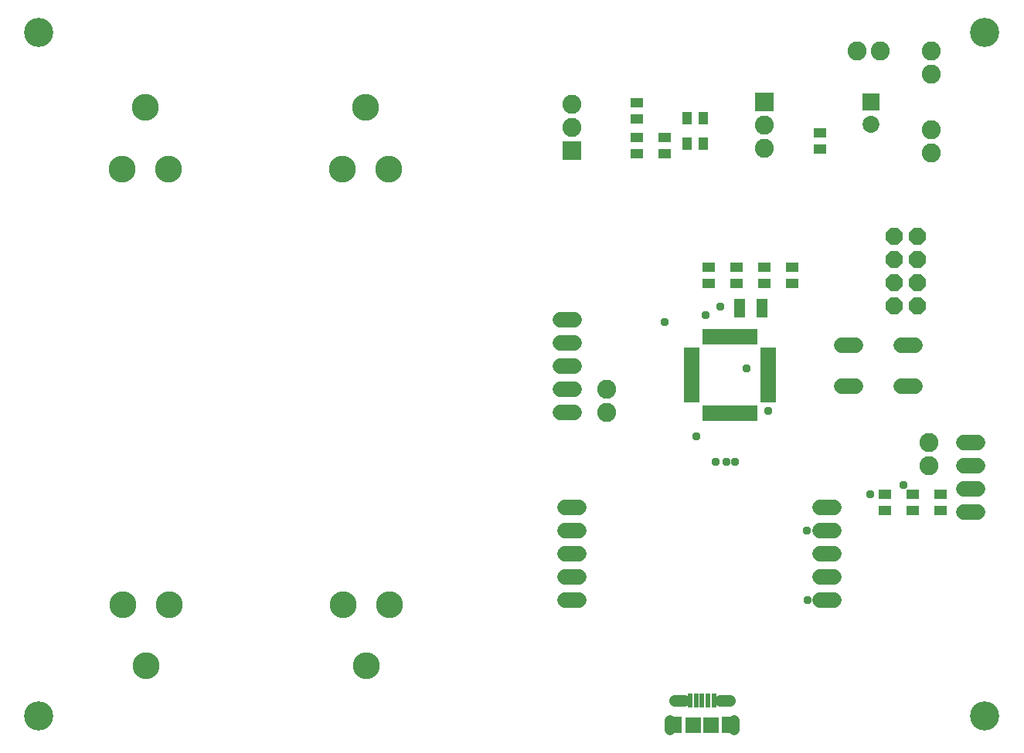
<source format=gbr>
G04 EAGLE Gerber RS-274X export*
G75*
%MOMM*%
%FSLAX34Y34*%
%LPD*%
%INSoldermask Top*%
%IPPOS*%
%AMOC8*
5,1,8,0,0,1.08239X$1,22.5*%
G01*
%ADD10C,3.203200*%
%ADD11C,2.082800*%
%ADD12C,2.946400*%
%ADD13C,1.854200*%
%ADD14R,1.854200X1.854200*%
%ADD15R,2.082800X2.082800*%
%ADD16C,1.727200*%
%ADD17R,0.503200X1.653200*%
%ADD18R,1.653200X0.503200*%
%ADD19R,1.203200X2.003200*%
%ADD20R,0.603200X1.553200*%
%ADD21C,1.261200*%
%ADD22C,1.211200*%
%ADD23R,1.703200X1.753200*%
%ADD24R,1.403200X1.003200*%
%ADD25R,1.003200X1.403200*%
%ADD26P,2.034460X8X292.500000*%
%ADD27C,0.959600*%

G36*
X787840Y6486D02*
X787840Y6486D01*
X787841Y6485D01*
X788953Y6611D01*
X788954Y6611D01*
X790011Y6981D01*
X790012Y6981D01*
X790960Y7577D01*
X790960Y7578D01*
X790961Y7578D01*
X791753Y8369D01*
X791753Y8370D01*
X792349Y9318D01*
X792349Y9319D01*
X792719Y10376D01*
X792719Y10377D01*
X792720Y10380D01*
X792720Y10384D01*
X792721Y10389D01*
X792721Y10394D01*
X792723Y10408D01*
X792723Y10413D01*
X792724Y10418D01*
X792724Y10422D01*
X792725Y10422D01*
X792724Y10422D01*
X792725Y10427D01*
X792726Y10432D01*
X792727Y10446D01*
X792728Y10451D01*
X792728Y10456D01*
X792729Y10460D01*
X792729Y10465D01*
X792730Y10470D01*
X792731Y10484D01*
X792732Y10489D01*
X792733Y10494D01*
X792733Y10498D01*
X792734Y10503D01*
X792734Y10508D01*
X792736Y10522D01*
X792736Y10527D01*
X792737Y10532D01*
X792737Y10536D01*
X792738Y10541D01*
X792739Y10555D01*
X792740Y10555D01*
X792739Y10555D01*
X792740Y10560D01*
X792741Y10565D01*
X792741Y10570D01*
X792742Y10574D01*
X792742Y10579D01*
X792744Y10593D01*
X792744Y10598D01*
X792745Y10603D01*
X792745Y10608D01*
X792746Y10612D01*
X792746Y10617D01*
X792748Y10631D01*
X792749Y10636D01*
X792749Y10641D01*
X792750Y10646D01*
X792750Y10650D01*
X792751Y10655D01*
X792752Y10669D01*
X792753Y10674D01*
X792753Y10679D01*
X792754Y10684D01*
X792754Y10688D01*
X792757Y10707D01*
X792757Y10712D01*
X792758Y10717D01*
X792758Y10722D01*
X792759Y10726D01*
X792760Y10741D01*
X792761Y10745D01*
X792761Y10750D01*
X792762Y10755D01*
X792762Y10760D01*
X792763Y10760D01*
X792762Y10760D01*
X792763Y10764D01*
X792765Y10779D01*
X792765Y10783D01*
X792766Y10788D01*
X792766Y10793D01*
X792767Y10798D01*
X792767Y10802D01*
X792769Y10817D01*
X792769Y10821D01*
X792770Y10826D01*
X792771Y10831D01*
X792771Y10836D01*
X792772Y10840D01*
X792773Y10855D01*
X792774Y10859D01*
X792774Y10864D01*
X792775Y10869D01*
X792775Y10874D01*
X792777Y10893D01*
X792778Y10893D01*
X792777Y10893D01*
X792778Y10897D01*
X792779Y10902D01*
X792779Y10907D01*
X792780Y10912D01*
X792781Y10926D01*
X792782Y10931D01*
X792782Y10935D01*
X792783Y10940D01*
X792783Y10945D01*
X792784Y10950D01*
X792786Y10964D01*
X792786Y10969D01*
X792787Y10973D01*
X792787Y10978D01*
X792788Y10983D01*
X792788Y10988D01*
X792790Y11002D01*
X792790Y11007D01*
X792791Y11011D01*
X792791Y11016D01*
X792792Y11021D01*
X792792Y11026D01*
X792794Y11040D01*
X792795Y11045D01*
X792795Y11049D01*
X792796Y11054D01*
X792796Y11059D01*
X792798Y11073D01*
X792798Y11078D01*
X792799Y11083D01*
X792799Y11087D01*
X792800Y11092D01*
X792800Y11097D01*
X792801Y11097D01*
X792800Y11097D01*
X792802Y11111D01*
X792803Y11116D01*
X792803Y11121D01*
X792804Y11125D01*
X792804Y11130D01*
X792805Y11135D01*
X792806Y11149D01*
X792807Y11154D01*
X792807Y11159D01*
X792808Y11163D01*
X792809Y11168D01*
X792809Y11173D01*
X792811Y11187D01*
X792811Y11192D01*
X792812Y11197D01*
X792812Y11201D01*
X792813Y11206D01*
X792815Y11225D01*
X792815Y11230D01*
X792816Y11230D01*
X792815Y11230D01*
X792816Y11235D01*
X792817Y11239D01*
X792817Y11244D01*
X792819Y11258D01*
X792819Y11263D01*
X792820Y11268D01*
X792820Y11273D01*
X792821Y11277D01*
X792821Y11282D01*
X792823Y11296D01*
X792824Y11301D01*
X792824Y11306D01*
X792825Y11311D01*
X792825Y11315D01*
X792826Y11320D01*
X792827Y11334D01*
X792828Y11339D01*
X792828Y11344D01*
X792829Y11349D01*
X792829Y11353D01*
X792830Y11358D01*
X792832Y11372D01*
X792832Y11377D01*
X792833Y11382D01*
X792833Y11387D01*
X792834Y11391D01*
X792836Y11410D01*
X792836Y11415D01*
X792837Y11420D01*
X792837Y11425D01*
X792838Y11429D01*
X792840Y11444D01*
X792840Y11448D01*
X792841Y11453D01*
X792841Y11458D01*
X792842Y11463D01*
X792842Y11467D01*
X792844Y11482D01*
X792844Y11486D01*
X792845Y11489D01*
X792845Y11490D01*
X792845Y18990D01*
X792845Y18991D01*
X792719Y20103D01*
X792719Y20104D01*
X792349Y21161D01*
X792349Y21162D01*
X791753Y22110D01*
X791752Y22110D01*
X791753Y22111D01*
X790961Y22903D01*
X790960Y22903D01*
X790012Y23499D01*
X790011Y23499D01*
X788954Y23869D01*
X788953Y23869D01*
X787841Y23995D01*
X787840Y23995D01*
X773840Y23995D01*
X773835Y23991D01*
X773836Y23990D01*
X773835Y23990D01*
X773835Y6490D01*
X773839Y6485D01*
X773840Y6486D01*
X773840Y6485D01*
X787840Y6485D01*
X787840Y6486D01*
G37*
G36*
X729845Y6489D02*
X729845Y6489D01*
X729844Y6490D01*
X729845Y6490D01*
X729845Y23990D01*
X729841Y23995D01*
X729840Y23994D01*
X729840Y23995D01*
X715840Y23995D01*
X715839Y23995D01*
X714727Y23869D01*
X714726Y23869D01*
X713669Y23499D01*
X713668Y23499D01*
X712720Y22903D01*
X712720Y22902D01*
X712719Y22903D01*
X711928Y22111D01*
X711927Y22110D01*
X711331Y21162D01*
X711331Y21161D01*
X710961Y20104D01*
X710961Y20103D01*
X710959Y20090D01*
X710959Y20085D01*
X710958Y20080D01*
X710958Y20076D01*
X710957Y20071D01*
X710955Y20057D01*
X710955Y20052D01*
X710954Y20047D01*
X710954Y20042D01*
X710953Y20038D01*
X710953Y20033D01*
X710951Y20019D01*
X710951Y20014D01*
X710950Y20009D01*
X710950Y20004D01*
X710949Y20000D01*
X710948Y19995D01*
X710947Y19981D01*
X710946Y19976D01*
X710946Y19971D01*
X710945Y19966D01*
X710945Y19962D01*
X710944Y19957D01*
X710943Y19943D01*
X710942Y19938D01*
X710942Y19933D01*
X710941Y19933D01*
X710942Y19933D01*
X710941Y19928D01*
X710940Y19924D01*
X710938Y19905D01*
X710938Y19900D01*
X710937Y19895D01*
X710937Y19890D01*
X710936Y19886D01*
X710935Y19871D01*
X710934Y19867D01*
X710933Y19862D01*
X710933Y19857D01*
X710932Y19852D01*
X710932Y19848D01*
X710930Y19833D01*
X710930Y19829D01*
X710929Y19824D01*
X710929Y19819D01*
X710928Y19814D01*
X710928Y19810D01*
X710926Y19795D01*
X710925Y19791D01*
X710925Y19786D01*
X710924Y19781D01*
X710924Y19776D01*
X710923Y19772D01*
X710922Y19757D01*
X710921Y19753D01*
X710921Y19748D01*
X710920Y19743D01*
X710920Y19738D01*
X710918Y19724D01*
X710917Y19719D01*
X710917Y19715D01*
X710916Y19710D01*
X710916Y19705D01*
X710915Y19700D01*
X710914Y19686D01*
X710913Y19681D01*
X710913Y19677D01*
X710912Y19672D01*
X710912Y19667D01*
X710911Y19662D01*
X710909Y19648D01*
X710909Y19643D01*
X710908Y19639D01*
X710908Y19634D01*
X710907Y19629D01*
X710907Y19624D01*
X710905Y19610D01*
X710905Y19605D01*
X710904Y19601D01*
X710904Y19596D01*
X710903Y19596D01*
X710904Y19596D01*
X710903Y19591D01*
X710901Y19572D01*
X710900Y19567D01*
X710900Y19563D01*
X710899Y19558D01*
X710899Y19553D01*
X710897Y19539D01*
X710897Y19534D01*
X710896Y19529D01*
X710895Y19525D01*
X710895Y19520D01*
X710894Y19515D01*
X710893Y19501D01*
X710892Y19496D01*
X710892Y19491D01*
X710891Y19487D01*
X710891Y19482D01*
X710890Y19477D01*
X710889Y19463D01*
X710888Y19463D01*
X710889Y19463D01*
X710888Y19458D01*
X710887Y19453D01*
X710887Y19449D01*
X710886Y19444D01*
X710886Y19439D01*
X710884Y19425D01*
X710884Y19420D01*
X710883Y19415D01*
X710883Y19411D01*
X710882Y19406D01*
X710880Y19387D01*
X710879Y19382D01*
X710879Y19377D01*
X710878Y19373D01*
X710878Y19368D01*
X710876Y19354D01*
X710876Y19349D01*
X710875Y19344D01*
X710875Y19339D01*
X710874Y19335D01*
X710874Y19330D01*
X710872Y19316D01*
X710871Y19311D01*
X710871Y19306D01*
X710870Y19301D01*
X710870Y19297D01*
X710869Y19292D01*
X710868Y19278D01*
X710867Y19273D01*
X710867Y19268D01*
X710866Y19263D01*
X710866Y19259D01*
X710865Y19259D01*
X710866Y19259D01*
X710865Y19254D01*
X710863Y19240D01*
X710863Y19235D01*
X710862Y19230D01*
X710862Y19225D01*
X710861Y19221D01*
X710860Y19206D01*
X710859Y19202D01*
X710859Y19197D01*
X710858Y19192D01*
X710857Y19187D01*
X710857Y19183D01*
X710855Y19168D01*
X710855Y19164D01*
X710854Y19159D01*
X710854Y19154D01*
X710853Y19149D01*
X710853Y19145D01*
X710851Y19130D01*
X710851Y19126D01*
X710850Y19126D01*
X710851Y19126D01*
X710850Y19121D01*
X710849Y19116D01*
X710849Y19111D01*
X710848Y19107D01*
X710847Y19092D01*
X710846Y19088D01*
X710846Y19083D01*
X710845Y19078D01*
X710845Y19073D01*
X710842Y19054D01*
X710842Y19050D01*
X710841Y19045D01*
X710841Y19040D01*
X710840Y19035D01*
X710839Y19021D01*
X710838Y19016D01*
X710838Y19012D01*
X710837Y19007D01*
X710837Y19002D01*
X710836Y18997D01*
X710835Y18991D01*
X710836Y18990D01*
X710835Y18990D01*
X710835Y11490D01*
X710836Y11490D01*
X710835Y11489D01*
X710961Y10377D01*
X710961Y10376D01*
X711331Y9319D01*
X711331Y9318D01*
X711927Y8370D01*
X711928Y8370D01*
X711928Y8369D01*
X712719Y7578D01*
X712720Y7577D01*
X713668Y6981D01*
X713669Y6981D01*
X714726Y6611D01*
X714727Y6611D01*
X715839Y6485D01*
X715840Y6486D01*
X715840Y6485D01*
X729840Y6485D01*
X729845Y6489D01*
G37*
D10*
X25400Y25400D03*
X25400Y774700D03*
X1061720Y774700D03*
X1061720Y25400D03*
D11*
X1003300Y728980D03*
X1003300Y754380D03*
X1003300Y642620D03*
X1003300Y668020D03*
D12*
X358040Y624880D03*
X383440Y692360D03*
X408840Y624880D03*
X409040Y147280D03*
X383640Y79800D03*
X358240Y147280D03*
X167740Y147280D03*
X142340Y79800D03*
X116940Y147280D03*
X116740Y624880D03*
X142140Y692360D03*
X167540Y624880D03*
D13*
X937260Y673300D03*
D14*
X937260Y698300D03*
D11*
X922020Y754380D03*
X947420Y754380D03*
D15*
X820420Y698500D03*
D11*
X820420Y673100D03*
X820420Y647700D03*
D15*
X609600Y645160D03*
D11*
X609600Y670560D03*
X609600Y695960D03*
D16*
X969772Y386334D02*
X985012Y386334D01*
X985012Y431546D02*
X969772Y431546D01*
X919988Y386334D02*
X904748Y386334D01*
X904748Y431546D02*
X919988Y431546D01*
D17*
X809820Y440780D03*
X804820Y440780D03*
X799820Y440780D03*
X794820Y440780D03*
X789820Y440780D03*
X784820Y440780D03*
X779820Y440780D03*
X774820Y440780D03*
X769820Y440780D03*
X759820Y440780D03*
X754820Y440780D03*
D18*
X740320Y426280D03*
X740320Y421280D03*
X740320Y416280D03*
X740320Y411280D03*
X740320Y406280D03*
X740320Y401280D03*
X740320Y396280D03*
X740320Y391280D03*
X740320Y386280D03*
X740320Y381280D03*
X740320Y376280D03*
X740320Y371280D03*
D17*
X764820Y440780D03*
X754820Y357080D03*
X759820Y356780D03*
X764820Y356780D03*
X769820Y356780D03*
X774820Y356780D03*
X779820Y356780D03*
X784820Y356780D03*
X789820Y356780D03*
X794820Y356780D03*
X804820Y356780D03*
X809820Y356780D03*
X799820Y356780D03*
D18*
X824320Y371280D03*
X824320Y376280D03*
X824320Y381280D03*
X824320Y386280D03*
X824320Y391280D03*
X824320Y396280D03*
X824320Y401280D03*
X824320Y406280D03*
X824320Y411280D03*
X824320Y416280D03*
X824320Y421280D03*
X824320Y426280D03*
D19*
X817680Y472440D03*
X792680Y472440D03*
D16*
X612140Y459740D02*
X596900Y459740D01*
X596900Y434340D02*
X612140Y434340D01*
X612140Y408940D02*
X596900Y408940D01*
X596900Y383540D02*
X612140Y383540D01*
X612140Y358140D02*
X596900Y358140D01*
X1038860Y248920D02*
X1054100Y248920D01*
X1054100Y274320D02*
X1038860Y274320D01*
X1038860Y299720D02*
X1054100Y299720D01*
X1054100Y325120D02*
X1038860Y325120D01*
X896620Y254000D02*
X881380Y254000D01*
X881380Y228600D02*
X896620Y228600D01*
X896620Y203200D02*
X881380Y203200D01*
X881380Y177800D02*
X896620Y177800D01*
X896620Y152400D02*
X881380Y152400D01*
X617220Y152400D02*
X601980Y152400D01*
X601980Y177800D02*
X617220Y177800D01*
X617220Y203200D02*
X601980Y203200D01*
X601980Y228600D02*
X617220Y228600D01*
X617220Y254000D02*
X601980Y254000D01*
D11*
X647700Y383540D03*
X647700Y358140D03*
X1000760Y325120D03*
X1000760Y299720D03*
D20*
X738840Y42240D03*
X745340Y42240D03*
X751840Y42240D03*
X758340Y42240D03*
X764840Y42240D03*
D21*
X732130Y42240D02*
X721550Y42240D01*
X771550Y42240D02*
X782130Y42240D01*
D22*
X716840Y20280D02*
X716840Y10200D01*
D23*
X741840Y15240D03*
X761840Y15240D03*
D22*
X786840Y20280D02*
X786840Y10200D01*
D24*
X680720Y697340D03*
X680720Y679340D03*
X881380Y646320D03*
X881380Y664320D03*
D25*
X753220Y652780D03*
X735220Y652780D03*
X753220Y680720D03*
X735220Y680720D03*
D24*
X759460Y499000D03*
X759460Y517000D03*
X850900Y499000D03*
X850900Y517000D03*
X820420Y499000D03*
X820420Y517000D03*
X789940Y499000D03*
X789940Y517000D03*
X711200Y641240D03*
X711200Y659240D03*
X680720Y641240D03*
X680720Y659240D03*
X982980Y268080D03*
X982980Y250080D03*
X952500Y268080D03*
X952500Y250080D03*
X1013460Y250080D03*
X1013460Y268080D03*
D26*
X962406Y551180D03*
X987806Y551180D03*
X962406Y525780D03*
X987806Y525780D03*
X962406Y500380D03*
X987806Y500380D03*
X962406Y474980D03*
X987806Y474980D03*
D27*
X772160Y473710D03*
X800140Y406280D03*
X824230Y359410D03*
X972820Y278130D03*
X788244Y303728D03*
X935990Y267970D03*
X778510Y303530D03*
X867410Y152400D03*
X745490Y331470D03*
X866775Y227965D03*
X767080Y303530D03*
X755650Y464820D03*
X711200Y457200D03*
M02*

</source>
